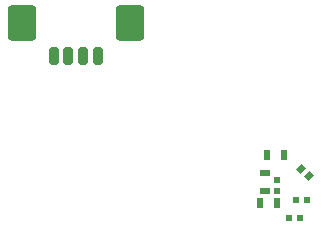
<source format=gbp>
G04 #@! TF.GenerationSoftware,KiCad,Pcbnew,6.0.0-d3dd2cf0fa~116~ubuntu20.04.1*
G04 #@! TF.CreationDate,2022-01-19T00:48:53+01:00*
G04 #@! TF.ProjectId,OtterCam-s3,4f747465-7243-4616-9d2d-73332e6b6963,rev?*
G04 #@! TF.SameCoordinates,Original*
G04 #@! TF.FileFunction,Paste,Bot*
G04 #@! TF.FilePolarity,Positive*
%FSLAX46Y46*%
G04 Gerber Fmt 4.6, Leading zero omitted, Abs format (unit mm)*
G04 Created by KiCad (PCBNEW 6.0.0-d3dd2cf0fa~116~ubuntu20.04.1) date 2022-01-19 00:48:53*
%MOMM*%
%LPD*%
G01*
G04 APERTURE LIST*
G04 Aperture macros list*
%AMRoundRect*
0 Rectangle with rounded corners*
0 $1 Rounding radius*
0 $2 $3 $4 $5 $6 $7 $8 $9 X,Y pos of 4 corners*
0 Add a 4 corners polygon primitive as box body*
4,1,4,$2,$3,$4,$5,$6,$7,$8,$9,$2,$3,0*
0 Add four circle primitives for the rounded corners*
1,1,$1+$1,$2,$3*
1,1,$1+$1,$4,$5*
1,1,$1+$1,$6,$7*
1,1,$1+$1,$8,$9*
0 Add four rect primitives between the rounded corners*
20,1,$1+$1,$2,$3,$4,$5,0*
20,1,$1+$1,$4,$5,$6,$7,0*
20,1,$1+$1,$6,$7,$8,$9,0*
20,1,$1+$1,$8,$9,$2,$3,0*%
%AMRotRect*
0 Rectangle, with rotation*
0 The origin of the aperture is its center*
0 $1 length*
0 $2 width*
0 $3 Rotation angle, in degrees counterclockwise*
0 Add horizontal line*
21,1,$1,$2,0,0,$3*%
G04 Aperture macros list end*
%ADD10R,0.600000X0.900000*%
%ADD11R,0.500000X0.600000*%
%ADD12R,0.600000X0.500000*%
%ADD13RotRect,0.500000X0.600000X135.000000*%
%ADD14R,0.900000X0.600000*%
%ADD15RoundRect,0.200000X-0.200000X-0.550000X0.200000X-0.550000X0.200000X0.550000X-0.200000X0.550000X0*%
%ADD16RoundRect,0.285600X-0.914400X-1.214400X0.914400X-1.214400X0.914400X1.214400X-0.914400X1.214400X0*%
G04 APERTURE END LIST*
D10*
X82050000Y-74900000D03*
X83550000Y-74900000D03*
D11*
X84510000Y-76150000D03*
X85450000Y-76150000D03*
D12*
X83500000Y-72930000D03*
X83500000Y-73870000D03*
D13*
X86232340Y-72632340D03*
X85567660Y-71967660D03*
D14*
X82500000Y-72350000D03*
X82500000Y-73850000D03*
D10*
X82650000Y-70800000D03*
X84150000Y-70800000D03*
D11*
X85130000Y-74600000D03*
X86070000Y-74600000D03*
D15*
X64625000Y-62450000D03*
X65875000Y-62450000D03*
X67125000Y-62450000D03*
X68375000Y-62450000D03*
D16*
X71075000Y-59600000D03*
X61925000Y-59600000D03*
M02*

</source>
